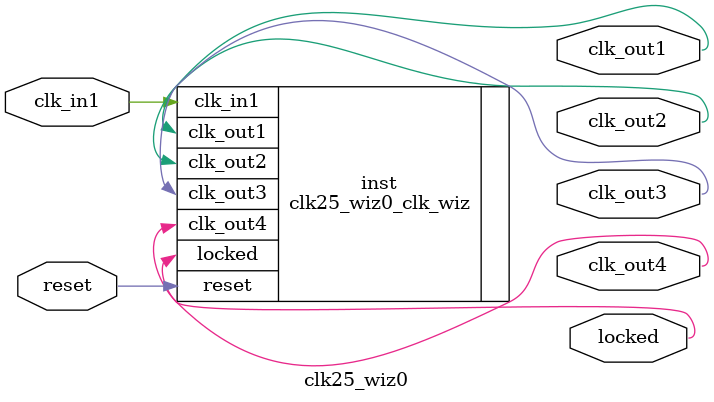
<source format=v>


`timescale 1ps/1ps

(* CORE_GENERATION_INFO = "clk25_wiz0,clk_wiz_v6_0_1_0_0,{component_name=clk25_wiz0,use_phase_alignment=true,use_min_o_jitter=false,use_max_i_jitter=false,use_dyn_phase_shift=false,use_inclk_switchover=false,use_dyn_reconfig=false,enable_axi=0,feedback_source=FDBK_AUTO,PRIMITIVE=MMCM,num_out_clk=4,clkin1_period=40.000,clkin2_period=10.0,use_power_down=false,use_reset=true,use_locked=true,use_inclk_stopped=false,feedback_type=SINGLE,CLOCK_MGR_TYPE=NA,manual_override=false}" *)

module clk25_wiz0 
 (
  // Clock out ports
  output        clk_out1,
  output        clk_out2,
  output        clk_out3,
  output        clk_out4,
  // Status and control signals
  input         reset,
  output        locked,
 // Clock in ports
  input         clk_in1
 );

  clk25_wiz0_clk_wiz inst
  (
  // Clock out ports  
  .clk_out1(clk_out1),
  .clk_out2(clk_out2),
  .clk_out3(clk_out3),
  .clk_out4(clk_out4),
  // Status and control signals               
  .reset(reset), 
  .locked(locked),
 // Clock in ports
  .clk_in1(clk_in1)
  );

endmodule

</source>
